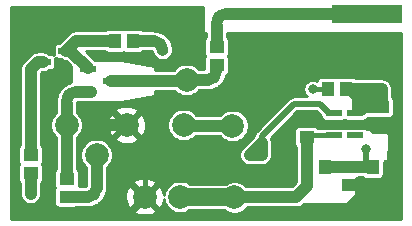
<source format=gbr>
G04 #@! TF.GenerationSoftware,KiCad,Pcbnew,(5.1.5-0-10_14)*
G04 #@! TF.CreationDate,2021-11-24T22:20:16+00:00*
G04 #@! TF.ProjectId,throwie,7468726f-7769-4652-9e6b-696361645f70,rev?*
G04 #@! TF.SameCoordinates,Original*
G04 #@! TF.FileFunction,Copper,L2,Bot*
G04 #@! TF.FilePolarity,Positive*
%FSLAX46Y46*%
G04 Gerber Fmt 4.6, Leading zero omitted, Abs format (unit mm)*
G04 Created by KiCad (PCBNEW (5.1.5-0-10_14)) date 2021-11-24 22:20:16*
%MOMM*%
%LPD*%
G04 APERTURE LIST*
%ADD10C,1.000000*%
%ADD11R,6.000000X1.500000*%
%ADD12C,2.000000*%
%ADD13R,1.400000X0.550000*%
%ADD14R,1.100000X1.300000*%
%ADD15R,1.300000X1.100000*%
%ADD16R,1.400000X0.600000*%
%ADD17C,0.800000*%
%ADD18C,0.400000*%
%ADD19C,0.250000*%
%ADD20C,0.500000*%
%ADD21C,1.500000*%
%ADD22C,0.254000*%
G04 APERTURE END LIST*
D10*
X38354000Y-148336000D02*
X38354000Y-146558000D01*
X31242000Y-147828000D02*
X33020000Y-147828000D01*
X33020000Y-147828000D02*
G75*
G02X33782000Y-148590000I0J-762000D01*
G01*
X39116000Y-145542000D02*
X48514000Y-145542000D01*
X38354000Y-146304000D02*
G75*
G02X39116000Y-145542000I762000J0D01*
G01*
X35814000Y-151130000D02*
X37592000Y-151130000D01*
X38354000Y-150368000D02*
G75*
G02X37592000Y-151130000I-762000J0D01*
G01*
X26416000Y-152146000D02*
X27686000Y-152146000D01*
X25654000Y-153162000D02*
X25654000Y-154940000D01*
X25654000Y-152908000D02*
G75*
G02X26416000Y-152146000I762000J0D01*
G01*
X25654000Y-161036000D02*
X27432000Y-161036000D01*
X28194000Y-160274000D02*
X28194000Y-157480000D01*
X28194000Y-160274000D02*
G75*
G02X27432000Y-161036000I-762000J0D01*
G01*
D11*
X51054000Y-145542000D03*
D12*
X25654000Y-154940000D03*
X28194000Y-157480000D03*
X30734000Y-154940000D03*
D13*
X50060000Y-155824000D03*
X50060000Y-153924000D03*
X48260000Y-153924000D03*
X48260000Y-154874000D03*
X48260000Y-155824000D03*
D14*
X47776000Y-151892000D03*
X49276000Y-151892000D03*
D15*
X25654000Y-161012000D03*
X25654000Y-159512000D03*
D14*
X53062000Y-158496000D03*
X51562000Y-158496000D03*
X47498000Y-158496000D03*
X45998000Y-158496000D03*
D15*
X22606000Y-159004000D03*
X22606000Y-157504000D03*
D16*
X25642000Y-148656000D03*
X23622000Y-147706000D03*
X23622000Y-149606000D03*
X29452000Y-151196000D03*
X27432000Y-152146000D03*
X27432000Y-150246000D03*
D12*
X35814000Y-151130000D03*
X39703087Y-155019087D03*
X35560000Y-154940000D03*
X39861823Y-161083640D03*
X32258000Y-161036000D03*
X35258000Y-161036000D03*
D15*
X49530000Y-159996000D03*
X49530000Y-158496000D03*
D14*
X29742000Y-147828000D03*
X31242000Y-147828000D03*
D15*
X38354000Y-148360000D03*
X38354000Y-149860000D03*
X52324000Y-154940000D03*
X52324000Y-153440000D03*
X45974000Y-154456000D03*
X45974000Y-155956000D03*
D17*
X23622000Y-146558000D03*
X24638000Y-146558000D03*
X25654000Y-146558000D03*
X26670000Y-146558000D03*
X28194000Y-154940000D03*
X22606000Y-146558000D03*
X53340000Y-156996058D03*
X36576000Y-153162000D03*
X38608000Y-153162000D03*
X37592000Y-153162000D03*
X37592000Y-156718000D03*
X38608000Y-156718000D03*
X35814000Y-147574000D03*
X35814000Y-148590000D03*
X24384000Y-151384000D03*
X24384000Y-152400000D03*
X21844000Y-162560000D03*
X53340000Y-155956000D03*
X22860000Y-162560000D03*
X23876000Y-162560000D03*
X41148000Y-147574000D03*
X42164000Y-147574000D03*
X43180000Y-147574000D03*
X44196000Y-147574000D03*
X45212000Y-147574000D03*
X46228000Y-147574000D03*
X47244000Y-147574000D03*
X48260000Y-147574000D03*
X49276000Y-147574000D03*
X50292000Y-147574000D03*
X51308000Y-147574000D03*
X52324000Y-147574000D03*
X53340000Y-147574000D03*
X36576000Y-162560000D03*
X37592000Y-162560000D03*
X38608000Y-162560000D03*
X42164000Y-156464000D03*
X42164000Y-157480000D03*
X41148000Y-157480000D03*
X51854000Y-151892000D03*
X50800000Y-152908000D03*
X50800000Y-151892000D03*
X33782000Y-148590000D03*
X51049396Y-156977862D03*
X22606000Y-160782000D03*
X46482000Y-151892000D03*
D18*
X38354000Y-148360000D02*
X38354000Y-147410000D01*
X38354000Y-147410000D02*
X38354000Y-145542000D01*
X38354000Y-145542000D02*
X51054000Y-145542000D01*
D10*
X30734000Y-154940000D02*
X28194000Y-154940000D01*
D18*
X47160000Y-154874000D02*
X46718000Y-154432000D01*
X48260000Y-154874000D02*
X47160000Y-154874000D01*
X46718000Y-154432000D02*
X45974000Y-154432000D01*
X45974000Y-154432000D02*
X45720000Y-154432000D01*
X30734000Y-154940000D02*
X32258000Y-156464000D01*
X32258000Y-158750000D02*
X32258000Y-161036000D01*
X32258000Y-156464000D02*
X32258000Y-158750000D01*
X40132000Y-158750000D02*
X32258000Y-158750000D01*
D10*
X22606000Y-146558000D02*
X26670000Y-146558000D01*
X23622000Y-147706000D02*
X23622000Y-146558000D01*
D19*
X40132000Y-158242000D02*
X38608000Y-156718000D01*
X40132000Y-158750000D02*
X40132000Y-158242000D01*
X38608000Y-156718000D02*
X37592000Y-156718000D01*
X36576000Y-156718000D02*
X37592000Y-156718000D01*
X38608000Y-153162000D02*
X37846000Y-153162000D01*
X37846000Y-153162000D02*
X37592000Y-153162000D01*
X36576000Y-153162000D02*
X37592000Y-153162000D01*
X36176001Y-153561999D02*
X31858001Y-153561999D01*
X36576000Y-153162000D02*
X36176001Y-153561999D01*
X31858001Y-153561999D02*
X31858001Y-153815999D01*
X31858001Y-153815999D02*
X30988000Y-154686000D01*
X30988000Y-154686000D02*
X30734000Y-154940000D01*
X34798000Y-146558000D02*
X35814000Y-147574000D01*
X26670000Y-146558000D02*
X34798000Y-146558000D01*
X35814000Y-148590000D02*
X35814000Y-147574000D01*
D18*
X24021999Y-152762001D02*
X24384000Y-152400000D01*
X24021999Y-161398001D02*
X24021999Y-152762001D01*
X23622000Y-161798000D02*
X24021999Y-161398001D01*
D10*
X53062000Y-158496000D02*
X53062000Y-159536000D01*
X53062000Y-159536000D02*
X52578000Y-160020000D01*
X52578000Y-160020000D02*
X49530000Y-160020000D01*
D20*
X53086000Y-158032826D02*
X53086000Y-158496000D01*
X48260000Y-154874000D02*
X52258000Y-154874000D01*
X52258000Y-154874000D02*
X52324000Y-154940000D01*
X53062000Y-157274058D02*
X53340000Y-156996058D01*
X53062000Y-158496000D02*
X53062000Y-157274058D01*
X53340000Y-155956000D02*
X53340000Y-156996058D01*
X52324000Y-154940000D02*
X53340000Y-155956000D01*
X23622000Y-162052000D02*
X23876000Y-162306000D01*
X23622000Y-161798000D02*
X23622000Y-162052000D01*
X21844000Y-162306000D02*
X22860000Y-162306000D01*
X22860000Y-162306000D02*
X23876000Y-162306000D01*
X23876000Y-162306000D02*
X30988000Y-162306000D01*
D18*
X41148000Y-158750000D02*
X40132000Y-158750000D01*
X43942000Y-158750000D02*
X41148000Y-158750000D01*
X44450000Y-158242000D02*
X43942000Y-158750000D01*
X44924000Y-154456000D02*
X44450000Y-154930000D01*
X44450000Y-154930000D02*
X44450000Y-158242000D01*
X45974000Y-154456000D02*
X44924000Y-154456000D01*
D19*
X38608000Y-162560000D02*
X37592000Y-162560000D01*
X37592000Y-162560000D02*
X36576000Y-162560000D01*
X31496000Y-162560000D02*
X31242000Y-162306000D01*
X36576000Y-162560000D02*
X31496000Y-162560000D01*
D20*
X31242000Y-162306000D02*
X32258000Y-161036000D01*
X30988000Y-162306000D02*
X31242000Y-162306000D01*
D18*
X40352000Y-161036000D02*
X39878000Y-161036000D01*
X40674000Y-161036000D02*
X39878000Y-161036000D01*
X39878000Y-161036000D02*
X39624000Y-161036000D01*
X48260000Y-155824000D02*
X46106000Y-155824000D01*
X46106000Y-155824000D02*
X45974000Y-155956000D01*
X48260000Y-153924000D02*
X47835000Y-153924000D01*
D10*
X45974000Y-155956000D02*
X45974000Y-157506000D01*
X45974000Y-157506000D02*
X45974000Y-158496000D01*
D21*
X35258000Y-161036000D02*
X39878000Y-161036000D01*
D10*
X45998000Y-160146000D02*
X45108000Y-161036000D01*
X45998000Y-158496000D02*
X45998000Y-160146000D01*
X45108000Y-161036000D02*
X39878000Y-161036000D01*
D20*
X42164000Y-156914315D02*
X42164000Y-157480000D01*
X42164000Y-155898315D02*
X42164000Y-156914315D01*
X44900315Y-153162000D02*
X42164000Y-155898315D01*
X47073000Y-153162000D02*
X44900315Y-153162000D01*
X47835000Y-153924000D02*
X47073000Y-153162000D01*
D10*
X41148000Y-157480000D02*
X42164000Y-156464000D01*
X41148000Y-157480000D02*
X42164000Y-157480000D01*
X42164000Y-156464000D02*
X42164000Y-157480000D01*
D20*
X50060000Y-153924000D02*
X50060000Y-152676000D01*
X50060000Y-152676000D02*
X49276000Y-151892000D01*
X51174000Y-153440000D02*
X50690000Y-153924000D01*
X52324000Y-153440000D02*
X51174000Y-153440000D01*
X50690000Y-153924000D02*
X50038000Y-153924000D01*
D10*
X50546000Y-152400000D02*
X50038000Y-151892000D01*
X50546000Y-153312000D02*
X50546000Y-152400000D01*
X50038000Y-151892000D02*
X49276000Y-151892000D01*
X50674000Y-153440000D02*
X50546000Y-153312000D01*
X50546000Y-153312000D02*
X50546000Y-153162000D01*
X52324000Y-153440000D02*
X50674000Y-153440000D01*
X50546000Y-153162000D02*
X50674000Y-153440000D01*
X52324000Y-153440000D02*
X50546000Y-153162000D01*
X49276000Y-151892000D02*
X51562000Y-151892000D01*
X51562000Y-151892000D02*
X51562000Y-152654000D01*
X51562000Y-152654000D02*
X52324000Y-153416000D01*
X49276000Y-151892000D02*
X52324000Y-151892000D01*
X52324000Y-151892000D02*
X52324000Y-153416000D01*
X52324000Y-153440000D02*
X52094000Y-153440000D01*
X51054000Y-152400000D02*
X50546000Y-152400000D01*
X52094000Y-153440000D02*
X51054000Y-152400000D01*
X29452000Y-151196000D02*
X35748000Y-151196000D01*
X35748000Y-151196000D02*
X35814000Y-151130000D01*
D18*
X35814000Y-150876000D02*
X35814000Y-151130000D01*
D19*
X35814000Y-151130000D02*
X37846000Y-151130000D01*
X37846000Y-151130000D02*
X38354000Y-150622000D01*
X38354000Y-150622000D02*
X38354000Y-149860000D01*
X38354000Y-149860000D02*
X38354000Y-150114000D01*
D10*
X25642000Y-148656000D02*
X25974000Y-148656000D01*
X25974000Y-148656000D02*
X27432000Y-150114000D01*
X29742000Y-147828000D02*
X26416000Y-147828000D01*
X26416000Y-147828000D02*
X25654000Y-148590000D01*
X39703087Y-155019087D02*
X35639087Y-155019087D01*
X35639087Y-155019087D02*
X35560000Y-154940000D01*
D19*
X25654000Y-161012000D02*
X27710000Y-161012000D01*
X27710000Y-161012000D02*
X28194000Y-160528000D01*
X28194000Y-160528000D02*
X28194000Y-157480000D01*
X33782000Y-148336000D02*
X33782000Y-148590000D01*
X33274000Y-147828000D02*
X33782000Y-148336000D01*
X31242000Y-147828000D02*
X33274000Y-147828000D01*
D18*
X51043534Y-156972000D02*
X51049396Y-156977862D01*
D10*
X47498000Y-158496000D02*
X49530000Y-158496000D01*
X49530000Y-158496000D02*
X51562000Y-158496000D01*
D20*
X51049396Y-158237396D02*
X51308000Y-158496000D01*
X51049396Y-156977862D02*
X51049396Y-158237396D01*
X51562000Y-158496000D02*
X51308000Y-158496000D01*
D10*
X25654000Y-159512000D02*
X25654000Y-154940000D01*
X25654000Y-154940000D02*
X25654000Y-154686000D01*
D19*
X27432000Y-152146000D02*
X26162000Y-152146000D01*
X26162000Y-152146000D02*
X25654000Y-152654000D01*
X25654000Y-152654000D02*
X25654000Y-154940000D01*
D10*
X23222000Y-149606000D02*
X22606000Y-150222000D01*
X23622000Y-149606000D02*
X23222000Y-149606000D01*
X22606000Y-150222000D02*
X22606000Y-157480000D01*
D18*
X22606000Y-159004000D02*
X22606000Y-159954000D01*
X22606000Y-159954000D02*
X22606000Y-160782000D01*
D10*
X22606000Y-160782000D02*
X22606000Y-159004000D01*
D18*
X47498000Y-151638000D02*
X47752000Y-151892000D01*
X47776000Y-151892000D02*
X46482000Y-151892000D01*
D22*
G36*
X37211000Y-147066000D02*
G01*
X37213440Y-147090776D01*
X37220667Y-147114601D01*
X37232403Y-147136557D01*
X37248197Y-147155803D01*
X37267443Y-147171597D01*
X37289399Y-147183333D01*
X37313224Y-147190560D01*
X37338000Y-147193000D01*
X37473000Y-147193000D01*
X37473000Y-147506699D01*
X37433289Y-147539289D01*
X37385678Y-147597304D01*
X37350299Y-147663492D01*
X37328513Y-147735311D01*
X37321157Y-147810000D01*
X37321157Y-148910000D01*
X37328513Y-148984689D01*
X37350299Y-149056508D01*
X37378892Y-149110000D01*
X37350299Y-149163492D01*
X37328513Y-149235311D01*
X37321157Y-149310000D01*
X37321157Y-150249000D01*
X36886029Y-150249000D01*
X36694336Y-150057307D01*
X36468149Y-149906174D01*
X36216823Y-149802071D01*
X35950017Y-149749000D01*
X35677983Y-149749000D01*
X35411177Y-149802071D01*
X35159851Y-149906174D01*
X34933664Y-150057307D01*
X34741307Y-150249664D01*
X34697651Y-150315000D01*
X33147000Y-150315000D01*
X33147000Y-150114000D01*
X33144134Y-150087172D01*
X33136515Y-150063470D01*
X33124418Y-150041710D01*
X33108309Y-150022728D01*
X33088806Y-150007254D01*
X33066659Y-149995882D01*
X33042718Y-149989049D01*
X30248718Y-149481049D01*
X30226000Y-149479000D01*
X28042922Y-149479000D01*
X27272921Y-148709000D01*
X28888699Y-148709000D01*
X28921289Y-148748711D01*
X28979304Y-148796322D01*
X29045492Y-148831701D01*
X29117311Y-148853487D01*
X29192000Y-148860843D01*
X30292000Y-148860843D01*
X30366689Y-148853487D01*
X30438508Y-148831701D01*
X30492000Y-148803108D01*
X30545492Y-148831701D01*
X30617311Y-148853487D01*
X30692000Y-148860843D01*
X31792000Y-148860843D01*
X31866689Y-148853487D01*
X31938508Y-148831701D01*
X32004696Y-148796322D01*
X32062711Y-148748711D01*
X32095301Y-148709000D01*
X32912423Y-148709000D01*
X32913138Y-148712482D01*
X32918396Y-148764205D01*
X32934698Y-148817511D01*
X32940381Y-148845198D01*
X32950596Y-148869498D01*
X32968679Y-148928630D01*
X33000011Y-148987054D01*
X33007011Y-149003705D01*
X33016433Y-149017674D01*
X33049942Y-149080156D01*
X33098186Y-149138880D01*
X33103158Y-149146251D01*
X33109043Y-149152095D01*
X33159089Y-149213012D01*
X33224403Y-149266652D01*
X33225163Y-149267407D01*
X33225996Y-149267960D01*
X33291963Y-149322137D01*
X33443502Y-149403375D01*
X33607933Y-149453633D01*
X33778996Y-149470995D01*
X33950173Y-149454800D01*
X34114943Y-149405665D01*
X34267033Y-149325461D01*
X34338322Y-149267723D01*
X34338799Y-149267406D01*
X34339178Y-149267030D01*
X34400647Y-149217245D01*
X34454926Y-149152087D01*
X34460803Y-149146251D01*
X34465123Y-149139847D01*
X34510698Y-149085137D01*
X34547236Y-149018108D01*
X34556951Y-149003705D01*
X34563231Y-148988765D01*
X34592992Y-148934169D01*
X34612921Y-148870557D01*
X34623581Y-148845199D01*
X34628740Y-148820065D01*
X34644397Y-148770091D01*
X34650455Y-148714279D01*
X34658155Y-148676770D01*
X34658404Y-148641050D01*
X34662952Y-148599155D01*
X34662994Y-148586854D01*
X34662975Y-148581534D01*
X34659087Y-148543286D01*
X34659355Y-148504833D01*
X34658155Y-148492591D01*
X34642610Y-148344690D01*
X34626559Y-148266499D01*
X34611593Y-148188041D01*
X34608038Y-148176265D01*
X34564062Y-148034198D01*
X34533110Y-147960567D01*
X34503205Y-147886549D01*
X34497430Y-147875688D01*
X34426697Y-147744870D01*
X34382042Y-147678667D01*
X34338322Y-147611856D01*
X34330548Y-147602323D01*
X34235752Y-147487734D01*
X34179088Y-147431465D01*
X34123226Y-147374421D01*
X34113748Y-147366580D01*
X33998501Y-147272587D01*
X33932006Y-147228409D01*
X33866111Y-147183289D01*
X33855290Y-147177438D01*
X33723982Y-147107620D01*
X33650172Y-147077198D01*
X33576765Y-147045736D01*
X33565014Y-147042098D01*
X33422645Y-146999114D01*
X33344294Y-146983600D01*
X33266210Y-146967003D01*
X33253981Y-146965717D01*
X33253977Y-146965717D01*
X33105969Y-146951205D01*
X33105967Y-146951205D01*
X33063273Y-146947000D01*
X32095301Y-146947000D01*
X32062711Y-146907289D01*
X32004696Y-146859678D01*
X31938508Y-146824299D01*
X31866689Y-146802513D01*
X31792000Y-146795157D01*
X30692000Y-146795157D01*
X30617311Y-146802513D01*
X30545492Y-146824299D01*
X30492000Y-146852892D01*
X30438508Y-146824299D01*
X30366689Y-146802513D01*
X30292000Y-146795157D01*
X29192000Y-146795157D01*
X29117311Y-146802513D01*
X29045492Y-146824299D01*
X28979304Y-146859678D01*
X28921289Y-146907289D01*
X28888699Y-146947000D01*
X26459270Y-146947000D01*
X26416000Y-146942738D01*
X26372730Y-146947000D01*
X26372727Y-146947000D01*
X26243294Y-146959748D01*
X26106815Y-147001149D01*
X26077225Y-147010125D01*
X25924174Y-147091932D01*
X25856022Y-147147863D01*
X25790025Y-147202025D01*
X25762438Y-147235640D01*
X25024922Y-147973157D01*
X24942000Y-147973157D01*
X24867311Y-147980513D01*
X24795492Y-148002299D01*
X24729304Y-148037678D01*
X24671289Y-148085289D01*
X24623678Y-148143304D01*
X24588299Y-148209492D01*
X24566513Y-148281311D01*
X24559157Y-148356000D01*
X24559157Y-148956000D01*
X24564702Y-149012303D01*
X24534696Y-148987678D01*
X24468508Y-148952299D01*
X24396689Y-148930513D01*
X24322000Y-148923157D01*
X24178680Y-148923157D01*
X24113825Y-148869932D01*
X23960775Y-148788125D01*
X23794706Y-148737748D01*
X23665273Y-148725000D01*
X23265270Y-148725000D01*
X23222000Y-148720738D01*
X23178730Y-148725000D01*
X23178727Y-148725000D01*
X23049294Y-148737748D01*
X22894928Y-148784575D01*
X22883225Y-148788125D01*
X22730175Y-148869932D01*
X22629637Y-148952440D01*
X22629634Y-148952443D01*
X22596025Y-148980025D01*
X22568443Y-149013635D01*
X22013644Y-149568435D01*
X21980025Y-149596025D01*
X21907021Y-149684983D01*
X21869932Y-149730175D01*
X21845853Y-149775224D01*
X21788125Y-149883226D01*
X21737748Y-150049295D01*
X21727379Y-150154572D01*
X21720738Y-150222000D01*
X21725000Y-150265270D01*
X21725001Y-156650699D01*
X21685289Y-156683289D01*
X21637678Y-156741304D01*
X21602299Y-156807492D01*
X21580513Y-156879311D01*
X21573157Y-156954000D01*
X21573157Y-158054000D01*
X21580513Y-158128689D01*
X21602299Y-158200508D01*
X21630892Y-158254000D01*
X21602299Y-158307492D01*
X21580513Y-158379311D01*
X21573157Y-158454000D01*
X21573157Y-159554000D01*
X21580513Y-159628689D01*
X21602299Y-159700508D01*
X21637678Y-159766696D01*
X21685289Y-159824711D01*
X21725001Y-159857301D01*
X21725000Y-160825272D01*
X21737748Y-160954705D01*
X21788125Y-161120774D01*
X21869932Y-161273824D01*
X21980025Y-161407975D01*
X22114175Y-161518068D01*
X22267225Y-161599875D01*
X22433294Y-161650252D01*
X22606000Y-161667262D01*
X22778705Y-161650252D01*
X22944774Y-161599875D01*
X23097824Y-161518068D01*
X23231975Y-161407975D01*
X23342068Y-161273825D01*
X23423875Y-161120775D01*
X23474252Y-160954706D01*
X23487000Y-160825273D01*
X23487000Y-159857301D01*
X23526711Y-159824711D01*
X23574322Y-159766696D01*
X23609701Y-159700508D01*
X23631487Y-159628689D01*
X23638843Y-159554000D01*
X23638843Y-158454000D01*
X23631487Y-158379311D01*
X23609701Y-158307492D01*
X23581108Y-158254000D01*
X23609701Y-158200508D01*
X23631487Y-158128689D01*
X23638843Y-158054000D01*
X23638843Y-156954000D01*
X23631487Y-156879311D01*
X23609701Y-156807492D01*
X23574322Y-156741304D01*
X23526711Y-156683289D01*
X23487000Y-156650699D01*
X23487000Y-150586922D01*
X23586922Y-150487000D01*
X23665273Y-150487000D01*
X23794706Y-150474252D01*
X23960775Y-150423875D01*
X24113825Y-150342068D01*
X24178680Y-150288843D01*
X24322000Y-150288843D01*
X24396689Y-150281487D01*
X24468508Y-150259701D01*
X24534696Y-150224322D01*
X24592711Y-150176711D01*
X24640322Y-150118696D01*
X24675701Y-150052508D01*
X24697487Y-149980689D01*
X24704843Y-149906000D01*
X24704843Y-149306000D01*
X24699298Y-149249697D01*
X24729304Y-149274322D01*
X24795492Y-149309701D01*
X24867311Y-149331487D01*
X24942000Y-149338843D01*
X25085320Y-149338843D01*
X25150175Y-149392068D01*
X25303225Y-149473875D01*
X25469294Y-149524252D01*
X25598727Y-149537000D01*
X25609079Y-149537000D01*
X26035000Y-149962921D01*
X26035000Y-151312409D01*
X26014041Y-151316407D01*
X26002265Y-151319962D01*
X25860198Y-151363938D01*
X25786567Y-151394890D01*
X25712549Y-151424795D01*
X25701688Y-151430570D01*
X25570870Y-151501303D01*
X25504667Y-151545958D01*
X25437856Y-151589678D01*
X25428323Y-151597452D01*
X25313734Y-151692248D01*
X25257465Y-151748912D01*
X25200421Y-151804774D01*
X25192580Y-151814252D01*
X25098587Y-151929499D01*
X25054409Y-151995994D01*
X25009289Y-152061889D01*
X25003438Y-152072710D01*
X24933620Y-152204018D01*
X24903198Y-152277828D01*
X24871736Y-152351235D01*
X24868098Y-152362986D01*
X24825114Y-152505355D01*
X24809600Y-152583706D01*
X24793003Y-152661790D01*
X24791717Y-152674023D01*
X24777205Y-152822031D01*
X24777205Y-152993971D01*
X24782603Y-153021231D01*
X24773000Y-153118728D01*
X24773000Y-153867971D01*
X24581307Y-154059664D01*
X24430174Y-154285851D01*
X24326071Y-154537177D01*
X24273000Y-154803983D01*
X24273000Y-155076017D01*
X24326071Y-155342823D01*
X24430174Y-155594149D01*
X24581307Y-155820336D01*
X24773001Y-156012030D01*
X24773000Y-158658699D01*
X24733289Y-158691289D01*
X24685678Y-158749304D01*
X24650299Y-158815492D01*
X24628513Y-158887311D01*
X24621157Y-158962000D01*
X24621157Y-160062000D01*
X24628513Y-160136689D01*
X24650299Y-160208508D01*
X24678892Y-160262000D01*
X24650299Y-160315492D01*
X24628513Y-160387311D01*
X24621157Y-160462000D01*
X24621157Y-161562000D01*
X24628513Y-161636689D01*
X24650299Y-161708508D01*
X24685678Y-161774696D01*
X24733289Y-161832711D01*
X24791304Y-161880322D01*
X24857492Y-161915701D01*
X24929311Y-161937487D01*
X25004000Y-161944843D01*
X26304000Y-161944843D01*
X26378689Y-161937487D01*
X26446226Y-161917000D01*
X27475273Y-161917000D01*
X27512605Y-161913323D01*
X27517167Y-161913355D01*
X27529409Y-161912155D01*
X27603047Y-161904415D01*
X27604706Y-161904252D01*
X27604761Y-161904235D01*
X27677311Y-161896610D01*
X27755541Y-161880551D01*
X27833959Y-161865593D01*
X27845736Y-161862038D01*
X27987802Y-161818061D01*
X28061397Y-161787125D01*
X28135450Y-161757205D01*
X28146312Y-161751430D01*
X28277130Y-161680698D01*
X28343342Y-161636037D01*
X28410145Y-161592322D01*
X28419678Y-161584548D01*
X28534266Y-161489751D01*
X28590534Y-161433088D01*
X28647578Y-161377226D01*
X28655420Y-161367748D01*
X28749412Y-161252502D01*
X28793585Y-161186015D01*
X28838711Y-161120111D01*
X28844562Y-161109290D01*
X28850248Y-161098595D01*
X30616282Y-161098595D01*
X30660039Y-161417675D01*
X30765205Y-161722088D01*
X30858186Y-161896044D01*
X31122587Y-161991808D01*
X32078395Y-161036000D01*
X32437605Y-161036000D01*
X33393413Y-161991808D01*
X33657814Y-161896044D01*
X33798704Y-161606429D01*
X33880384Y-161294892D01*
X33885273Y-161213606D01*
X33930071Y-161438823D01*
X34034174Y-161690149D01*
X34185307Y-161916336D01*
X34377664Y-162108693D01*
X34603851Y-162259826D01*
X34855177Y-162363929D01*
X35121983Y-162417000D01*
X35394017Y-162417000D01*
X35660823Y-162363929D01*
X35912149Y-162259826D01*
X36051073Y-162167000D01*
X38997451Y-162167000D01*
X39207674Y-162307466D01*
X39459000Y-162411569D01*
X39725806Y-162464640D01*
X39997840Y-162464640D01*
X40264646Y-162411569D01*
X40515972Y-162307466D01*
X40742159Y-162156333D01*
X40934516Y-161963976D01*
X40965904Y-161917000D01*
X45064730Y-161917000D01*
X45108000Y-161921262D01*
X45151270Y-161917000D01*
X45151273Y-161917000D01*
X45280706Y-161904252D01*
X45446775Y-161853875D01*
X45599825Y-161772068D01*
X45722978Y-161671000D01*
X49276000Y-161671000D01*
X49300776Y-161668560D01*
X49324601Y-161661333D01*
X49346557Y-161649597D01*
X49365803Y-161633803D01*
X50127803Y-160871803D01*
X50143597Y-160852557D01*
X50155333Y-160830601D01*
X50162560Y-160806776D01*
X50165000Y-160782000D01*
X50165000Y-159428843D01*
X50180000Y-159428843D01*
X50254689Y-159421487D01*
X50326508Y-159399701D01*
X50368978Y-159377000D01*
X50708699Y-159377000D01*
X50741289Y-159416711D01*
X50799304Y-159464322D01*
X50865492Y-159499701D01*
X50937311Y-159521487D01*
X51012000Y-159528843D01*
X52112000Y-159528843D01*
X52186689Y-159521487D01*
X52258508Y-159499701D01*
X52324696Y-159464322D01*
X52382711Y-159416711D01*
X52430322Y-159358696D01*
X52465701Y-159292508D01*
X52487487Y-159220689D01*
X52494843Y-159146000D01*
X52494843Y-158115000D01*
X52832000Y-158115000D01*
X52856776Y-158112560D01*
X52880601Y-158105333D01*
X52902557Y-158093597D01*
X52921803Y-158077803D01*
X52937597Y-158058557D01*
X52949333Y-158036601D01*
X52956560Y-158012776D01*
X52959000Y-157988000D01*
X52959000Y-155702000D01*
X52956560Y-155677224D01*
X52949333Y-155653399D01*
X52937597Y-155631443D01*
X52921803Y-155612197D01*
X52902557Y-155596403D01*
X52880601Y-155584667D01*
X52856776Y-155577440D01*
X52832000Y-155575000D01*
X51614606Y-155575000D01*
X51397803Y-155358197D01*
X51378557Y-155342403D01*
X51356601Y-155330667D01*
X51332776Y-155323440D01*
X51308000Y-155321000D01*
X51065763Y-155321000D01*
X51030711Y-155278289D01*
X50972696Y-155230678D01*
X50906508Y-155195299D01*
X50834689Y-155173513D01*
X50760000Y-155166157D01*
X49360000Y-155166157D01*
X49285311Y-155173513D01*
X49213492Y-155195299D01*
X49160000Y-155223892D01*
X49106508Y-155195299D01*
X49034689Y-155173513D01*
X48960000Y-155166157D01*
X47560000Y-155166157D01*
X47485311Y-155173513D01*
X47413492Y-155195299D01*
X47347304Y-155230678D01*
X47332289Y-155243000D01*
X46968886Y-155243000D01*
X46942322Y-155193304D01*
X46894711Y-155135289D01*
X46836696Y-155087678D01*
X46770508Y-155052299D01*
X46698689Y-155030513D01*
X46624000Y-155023157D01*
X45324000Y-155023157D01*
X45249311Y-155030513D01*
X45177492Y-155052299D01*
X45111304Y-155087678D01*
X45053289Y-155135289D01*
X45005678Y-155193304D01*
X44970299Y-155259492D01*
X44948513Y-155331311D01*
X44941157Y-155406000D01*
X44941157Y-156506000D01*
X44948513Y-156580689D01*
X44970299Y-156652508D01*
X45005678Y-156718696D01*
X45053289Y-156776711D01*
X45093001Y-156809301D01*
X45093001Y-157462718D01*
X45093000Y-157462728D01*
X45093000Y-157703774D01*
X45072513Y-157771311D01*
X45065157Y-157846000D01*
X45065157Y-159146000D01*
X45072513Y-159220689D01*
X45094299Y-159292508D01*
X45117001Y-159334979D01*
X45117001Y-159781078D01*
X44743079Y-160155000D01*
X40886212Y-160155000D01*
X40742159Y-160010947D01*
X40515972Y-159859814D01*
X40264646Y-159755711D01*
X39997840Y-159702640D01*
X39725806Y-159702640D01*
X39459000Y-159755711D01*
X39207674Y-159859814D01*
X39140048Y-159905000D01*
X36051073Y-159905000D01*
X35912149Y-159812174D01*
X35660823Y-159708071D01*
X35394017Y-159655000D01*
X35121983Y-159655000D01*
X34855177Y-159708071D01*
X34603851Y-159812174D01*
X34377664Y-159963307D01*
X34185307Y-160155664D01*
X34034174Y-160381851D01*
X33930071Y-160633177D01*
X33884487Y-160862342D01*
X33855961Y-160654325D01*
X33750795Y-160349912D01*
X33657814Y-160175956D01*
X33393413Y-160080192D01*
X32437605Y-161036000D01*
X32078395Y-161036000D01*
X31122587Y-160080192D01*
X30858186Y-160175956D01*
X30717296Y-160465571D01*
X30635616Y-160777108D01*
X30616282Y-161098595D01*
X28850248Y-161098595D01*
X28914380Y-160977982D01*
X28944815Y-160904141D01*
X28976264Y-160830766D01*
X28979902Y-160819014D01*
X29022886Y-160676646D01*
X29038390Y-160598342D01*
X29054998Y-160520210D01*
X29056283Y-160507976D01*
X29070795Y-160359969D01*
X29070795Y-160359967D01*
X29075000Y-160317273D01*
X29075000Y-159900587D01*
X31302192Y-159900587D01*
X32258000Y-160856395D01*
X33213808Y-159900587D01*
X33118044Y-159636186D01*
X32828429Y-159495296D01*
X32516892Y-159413616D01*
X32195405Y-159394282D01*
X31876325Y-159438039D01*
X31571912Y-159543205D01*
X31397956Y-159636186D01*
X31302192Y-159900587D01*
X29075000Y-159900587D01*
X29075000Y-158552029D01*
X29266693Y-158360336D01*
X29417826Y-158134149D01*
X29521929Y-157882823D01*
X29575000Y-157616017D01*
X29575000Y-157480000D01*
X40262738Y-157480000D01*
X40279748Y-157652706D01*
X40330125Y-157818775D01*
X40411932Y-157971825D01*
X40522025Y-158105975D01*
X40656175Y-158216068D01*
X40809225Y-158297875D01*
X40975294Y-158348252D01*
X41104727Y-158361000D01*
X41104730Y-158361000D01*
X41148000Y-158365262D01*
X41191270Y-158361000D01*
X42120727Y-158361000D01*
X42164000Y-158365262D01*
X42336706Y-158348252D01*
X42502775Y-158297875D01*
X42655825Y-158216068D01*
X42789975Y-158105975D01*
X42900068Y-157971825D01*
X42981875Y-157818775D01*
X43032252Y-157652706D01*
X43045000Y-157523273D01*
X43049262Y-157480000D01*
X43045000Y-157436727D01*
X43045000Y-156507270D01*
X43049262Y-156464000D01*
X43045000Y-156420727D01*
X43032252Y-156291294D01*
X42981875Y-156125225D01*
X42928784Y-156025899D01*
X45161684Y-153793000D01*
X46811632Y-153793000D01*
X47177157Y-154158526D01*
X47177157Y-154199000D01*
X47184513Y-154273689D01*
X47206299Y-154345508D01*
X47241678Y-154411696D01*
X47289289Y-154469711D01*
X47347304Y-154517322D01*
X47413492Y-154552701D01*
X47485311Y-154574487D01*
X47560000Y-154581843D01*
X48960000Y-154581843D01*
X49034689Y-154574487D01*
X49106508Y-154552701D01*
X49160000Y-154524108D01*
X49213492Y-154552701D01*
X49285311Y-154574487D01*
X49360000Y-154581843D01*
X50760000Y-154581843D01*
X50834689Y-154574487D01*
X50906508Y-154552701D01*
X50972696Y-154517322D01*
X51030711Y-154469711D01*
X51053424Y-154442035D01*
X51138343Y-154372343D01*
X51158105Y-154348263D01*
X51185368Y-154321000D01*
X51485022Y-154321000D01*
X51527492Y-154343701D01*
X51599311Y-154365487D01*
X51674000Y-154372843D01*
X52974000Y-154372843D01*
X53048689Y-154365487D01*
X53120508Y-154343701D01*
X53186696Y-154308322D01*
X53244711Y-154260711D01*
X53292322Y-154202696D01*
X53327701Y-154136508D01*
X53349487Y-154064689D01*
X53356843Y-153990000D01*
X53356843Y-152890000D01*
X53349487Y-152815311D01*
X53327701Y-152743492D01*
X53292322Y-152677304D01*
X53244711Y-152619289D01*
X53205000Y-152586699D01*
X53205000Y-151935273D01*
X53209262Y-151892000D01*
X53199537Y-151793255D01*
X53192252Y-151719294D01*
X53141875Y-151553225D01*
X53060068Y-151400175D01*
X52949975Y-151266025D01*
X52916363Y-151238441D01*
X52815825Y-151155932D01*
X52662775Y-151074125D01*
X52496706Y-151023748D01*
X52367273Y-151011000D01*
X52324000Y-151006738D01*
X52280727Y-151011000D01*
X51605273Y-151011000D01*
X51562000Y-151006738D01*
X51518727Y-151011000D01*
X50129301Y-151011000D01*
X50096711Y-150971289D01*
X50038696Y-150923678D01*
X49972508Y-150888299D01*
X49900689Y-150866513D01*
X49826000Y-150859157D01*
X48726000Y-150859157D01*
X48651311Y-150866513D01*
X48579492Y-150888299D01*
X48526000Y-150916892D01*
X48472508Y-150888299D01*
X48400689Y-150866513D01*
X48326000Y-150859157D01*
X47226000Y-150859157D01*
X47151311Y-150866513D01*
X47079492Y-150888299D01*
X47013304Y-150923678D01*
X46955289Y-150971289D01*
X46907678Y-151029304D01*
X46872299Y-151095492D01*
X46850513Y-151167311D01*
X46847486Y-151198041D01*
X46709809Y-151141013D01*
X46558922Y-151111000D01*
X46405078Y-151111000D01*
X46254191Y-151141013D01*
X46112058Y-151199887D01*
X45984141Y-151285358D01*
X45875358Y-151394141D01*
X45789887Y-151522058D01*
X45731013Y-151664191D01*
X45701000Y-151815078D01*
X45701000Y-151968922D01*
X45731013Y-152119809D01*
X45789887Y-152261942D01*
X45875358Y-152389859D01*
X45984141Y-152498642D01*
X46032568Y-152531000D01*
X44931305Y-152531000D01*
X44900315Y-152527948D01*
X44869324Y-152531000D01*
X44869317Y-152531000D01*
X44776617Y-152540130D01*
X44657673Y-152576211D01*
X44548054Y-152634804D01*
X44480947Y-152689878D01*
X44451972Y-152713657D01*
X44432214Y-152737732D01*
X41739737Y-155430210D01*
X41715657Y-155449972D01*
X41636804Y-155546055D01*
X41578211Y-155655674D01*
X41542130Y-155774618D01*
X41535593Y-155840988D01*
X41510440Y-155871638D01*
X40555644Y-156826435D01*
X40522025Y-156854025D01*
X40411932Y-156988175D01*
X40330125Y-157141225D01*
X40279748Y-157307294D01*
X40262738Y-157480000D01*
X29575000Y-157480000D01*
X29575000Y-157343983D01*
X29521929Y-157077177D01*
X29417826Y-156825851D01*
X29266693Y-156599664D01*
X29074336Y-156407307D01*
X28848149Y-156256174D01*
X28596823Y-156152071D01*
X28330017Y-156099000D01*
X28057983Y-156099000D01*
X27791177Y-156152071D01*
X27539851Y-156256174D01*
X27313664Y-156407307D01*
X27121307Y-156599664D01*
X26970174Y-156825851D01*
X26866071Y-157077177D01*
X26813000Y-157343983D01*
X26813000Y-157616017D01*
X26866071Y-157882823D01*
X26970174Y-158134149D01*
X27121307Y-158360336D01*
X27313001Y-158552030D01*
X27313000Y-160155000D01*
X26673932Y-160155000D01*
X26679487Y-160136689D01*
X26686843Y-160062000D01*
X26686843Y-158962000D01*
X26679487Y-158887311D01*
X26657701Y-158815492D01*
X26622322Y-158749304D01*
X26574711Y-158691289D01*
X26535000Y-158658699D01*
X26535000Y-156075413D01*
X29778192Y-156075413D01*
X29873956Y-156339814D01*
X30163571Y-156480704D01*
X30475108Y-156562384D01*
X30796595Y-156581718D01*
X31115675Y-156537961D01*
X31420088Y-156432795D01*
X31594044Y-156339814D01*
X31689808Y-156075413D01*
X30734000Y-155119605D01*
X29778192Y-156075413D01*
X26535000Y-156075413D01*
X26535000Y-156012029D01*
X26726693Y-155820336D01*
X26877826Y-155594149D01*
X26981929Y-155342823D01*
X27035000Y-155076017D01*
X27035000Y-155002595D01*
X29092282Y-155002595D01*
X29136039Y-155321675D01*
X29241205Y-155626088D01*
X29334186Y-155800044D01*
X29598587Y-155895808D01*
X30554395Y-154940000D01*
X30913605Y-154940000D01*
X31869413Y-155895808D01*
X32133814Y-155800044D01*
X32274704Y-155510429D01*
X32356384Y-155198892D01*
X32375718Y-154877405D01*
X32365650Y-154803983D01*
X34179000Y-154803983D01*
X34179000Y-155076017D01*
X34232071Y-155342823D01*
X34336174Y-155594149D01*
X34487307Y-155820336D01*
X34679664Y-156012693D01*
X34905851Y-156163826D01*
X35157177Y-156267929D01*
X35423983Y-156321000D01*
X35696017Y-156321000D01*
X35962823Y-156267929D01*
X36214149Y-156163826D01*
X36440336Y-156012693D01*
X36552942Y-155900087D01*
X38631058Y-155900087D01*
X38822751Y-156091780D01*
X39048938Y-156242913D01*
X39300264Y-156347016D01*
X39567070Y-156400087D01*
X39839104Y-156400087D01*
X40105910Y-156347016D01*
X40357236Y-156242913D01*
X40583423Y-156091780D01*
X40775780Y-155899423D01*
X40926913Y-155673236D01*
X41031016Y-155421910D01*
X41084087Y-155155104D01*
X41084087Y-154883070D01*
X41031016Y-154616264D01*
X40926913Y-154364938D01*
X40775780Y-154138751D01*
X40583423Y-153946394D01*
X40357236Y-153795261D01*
X40105910Y-153691158D01*
X39839104Y-153638087D01*
X39567070Y-153638087D01*
X39300264Y-153691158D01*
X39048938Y-153795261D01*
X38822751Y-153946394D01*
X38631058Y-154138087D01*
X36685093Y-154138087D01*
X36632693Y-154059664D01*
X36440336Y-153867307D01*
X36214149Y-153716174D01*
X35962823Y-153612071D01*
X35696017Y-153559000D01*
X35423983Y-153559000D01*
X35157177Y-153612071D01*
X34905851Y-153716174D01*
X34679664Y-153867307D01*
X34487307Y-154059664D01*
X34336174Y-154285851D01*
X34232071Y-154537177D01*
X34179000Y-154803983D01*
X32365650Y-154803983D01*
X32331961Y-154558325D01*
X32226795Y-154253912D01*
X32133814Y-154079956D01*
X31869413Y-153984192D01*
X30913605Y-154940000D01*
X30554395Y-154940000D01*
X29598587Y-153984192D01*
X29334186Y-154079956D01*
X29193296Y-154369571D01*
X29111616Y-154681108D01*
X29092282Y-155002595D01*
X27035000Y-155002595D01*
X27035000Y-154803983D01*
X26981929Y-154537177D01*
X26877826Y-154285851D01*
X26726693Y-154059664D01*
X26535000Y-153867971D01*
X26535000Y-153804587D01*
X29778192Y-153804587D01*
X30734000Y-154760395D01*
X31689808Y-153804587D01*
X31594044Y-153540186D01*
X31304429Y-153399296D01*
X30992892Y-153317616D01*
X30671405Y-153298282D01*
X30352325Y-153342039D01*
X30047912Y-153447205D01*
X29873956Y-153540186D01*
X29778192Y-153804587D01*
X26535000Y-153804587D01*
X26535000Y-153118727D01*
X26526754Y-153035000D01*
X30226000Y-153035000D01*
X30248718Y-153032951D01*
X33042718Y-152524951D01*
X33068601Y-152517333D01*
X33090557Y-152505597D01*
X33109803Y-152489803D01*
X33125597Y-152470557D01*
X33137333Y-152448601D01*
X33144560Y-152424776D01*
X33147000Y-152400000D01*
X33147000Y-152077000D01*
X34807971Y-152077000D01*
X34933664Y-152202693D01*
X35159851Y-152353826D01*
X35411177Y-152457929D01*
X35677983Y-152511000D01*
X35950017Y-152511000D01*
X36216823Y-152457929D01*
X36468149Y-152353826D01*
X36694336Y-152202693D01*
X36886029Y-152011000D01*
X37635273Y-152011000D01*
X37672605Y-152007323D01*
X37677167Y-152007355D01*
X37689409Y-152006155D01*
X37763047Y-151998415D01*
X37764706Y-151998252D01*
X37764761Y-151998235D01*
X37837311Y-151990610D01*
X37915541Y-151974551D01*
X37993959Y-151959593D01*
X38005736Y-151956038D01*
X38147802Y-151912061D01*
X38221397Y-151881125D01*
X38295450Y-151851205D01*
X38306312Y-151845430D01*
X38437130Y-151774698D01*
X38503342Y-151730037D01*
X38570145Y-151686322D01*
X38579678Y-151678548D01*
X38694266Y-151583751D01*
X38750534Y-151527088D01*
X38807578Y-151471226D01*
X38815420Y-151461748D01*
X38909412Y-151346502D01*
X38953585Y-151280015D01*
X38998711Y-151214111D01*
X39004562Y-151203290D01*
X39074380Y-151071982D01*
X39104815Y-150998141D01*
X39136264Y-150924766D01*
X39139902Y-150913014D01*
X39182886Y-150770646D01*
X39188256Y-150743524D01*
X39216696Y-150728322D01*
X39274711Y-150680711D01*
X39322322Y-150622696D01*
X39357701Y-150556508D01*
X39379487Y-150484689D01*
X39386843Y-150410000D01*
X39386843Y-149310000D01*
X39379487Y-149235311D01*
X39357701Y-149163492D01*
X39329108Y-149110000D01*
X39357701Y-149056508D01*
X39379487Y-148984689D01*
X39386843Y-148910000D01*
X39386843Y-147810000D01*
X39379487Y-147735311D01*
X39357701Y-147663492D01*
X39322322Y-147597304D01*
X39274711Y-147539289D01*
X39235000Y-147506699D01*
X39235000Y-147193000D01*
X53950000Y-147193000D01*
X53950001Y-162916000D01*
X20980000Y-162916000D01*
X20980000Y-162171413D01*
X31302192Y-162171413D01*
X31397956Y-162435814D01*
X31687571Y-162576704D01*
X31999108Y-162658384D01*
X32320595Y-162677718D01*
X32639675Y-162633961D01*
X32944088Y-162528795D01*
X33118044Y-162435814D01*
X33213808Y-162171413D01*
X32258000Y-161215605D01*
X31302192Y-162171413D01*
X20980000Y-162171413D01*
X20980000Y-144932000D01*
X37211000Y-144932000D01*
X37211000Y-147066000D01*
G37*
X37211000Y-147066000D02*
X37213440Y-147090776D01*
X37220667Y-147114601D01*
X37232403Y-147136557D01*
X37248197Y-147155803D01*
X37267443Y-147171597D01*
X37289399Y-147183333D01*
X37313224Y-147190560D01*
X37338000Y-147193000D01*
X37473000Y-147193000D01*
X37473000Y-147506699D01*
X37433289Y-147539289D01*
X37385678Y-147597304D01*
X37350299Y-147663492D01*
X37328513Y-147735311D01*
X37321157Y-147810000D01*
X37321157Y-148910000D01*
X37328513Y-148984689D01*
X37350299Y-149056508D01*
X37378892Y-149110000D01*
X37350299Y-149163492D01*
X37328513Y-149235311D01*
X37321157Y-149310000D01*
X37321157Y-150249000D01*
X36886029Y-150249000D01*
X36694336Y-150057307D01*
X36468149Y-149906174D01*
X36216823Y-149802071D01*
X35950017Y-149749000D01*
X35677983Y-149749000D01*
X35411177Y-149802071D01*
X35159851Y-149906174D01*
X34933664Y-150057307D01*
X34741307Y-150249664D01*
X34697651Y-150315000D01*
X33147000Y-150315000D01*
X33147000Y-150114000D01*
X33144134Y-150087172D01*
X33136515Y-150063470D01*
X33124418Y-150041710D01*
X33108309Y-150022728D01*
X33088806Y-150007254D01*
X33066659Y-149995882D01*
X33042718Y-149989049D01*
X30248718Y-149481049D01*
X30226000Y-149479000D01*
X28042922Y-149479000D01*
X27272921Y-148709000D01*
X28888699Y-148709000D01*
X28921289Y-148748711D01*
X28979304Y-148796322D01*
X29045492Y-148831701D01*
X29117311Y-148853487D01*
X29192000Y-148860843D01*
X30292000Y-148860843D01*
X30366689Y-148853487D01*
X30438508Y-148831701D01*
X30492000Y-148803108D01*
X30545492Y-148831701D01*
X30617311Y-148853487D01*
X30692000Y-148860843D01*
X31792000Y-148860843D01*
X31866689Y-148853487D01*
X31938508Y-148831701D01*
X32004696Y-148796322D01*
X32062711Y-148748711D01*
X32095301Y-148709000D01*
X32912423Y-148709000D01*
X32913138Y-148712482D01*
X32918396Y-148764205D01*
X32934698Y-148817511D01*
X32940381Y-148845198D01*
X32950596Y-148869498D01*
X32968679Y-148928630D01*
X33000011Y-148987054D01*
X33007011Y-149003705D01*
X33016433Y-149017674D01*
X33049942Y-149080156D01*
X33098186Y-149138880D01*
X33103158Y-149146251D01*
X33109043Y-149152095D01*
X33159089Y-149213012D01*
X33224403Y-149266652D01*
X33225163Y-149267407D01*
X33225996Y-149267960D01*
X33291963Y-149322137D01*
X33443502Y-149403375D01*
X33607933Y-149453633D01*
X33778996Y-149470995D01*
X33950173Y-149454800D01*
X34114943Y-149405665D01*
X34267033Y-149325461D01*
X34338322Y-149267723D01*
X34338799Y-149267406D01*
X34339178Y-149267030D01*
X34400647Y-149217245D01*
X34454926Y-149152087D01*
X34460803Y-149146251D01*
X34465123Y-149139847D01*
X34510698Y-149085137D01*
X34547236Y-149018108D01*
X34556951Y-149003705D01*
X34563231Y-148988765D01*
X34592992Y-148934169D01*
X34612921Y-148870557D01*
X34623581Y-148845199D01*
X34628740Y-148820065D01*
X34644397Y-148770091D01*
X34650455Y-148714279D01*
X34658155Y-148676770D01*
X34658404Y-148641050D01*
X34662952Y-148599155D01*
X34662994Y-148586854D01*
X34662975Y-148581534D01*
X34659087Y-148543286D01*
X34659355Y-148504833D01*
X34658155Y-148492591D01*
X34642610Y-148344690D01*
X34626559Y-148266499D01*
X34611593Y-148188041D01*
X34608038Y-148176265D01*
X34564062Y-148034198D01*
X34533110Y-147960567D01*
X34503205Y-147886549D01*
X34497430Y-147875688D01*
X34426697Y-147744870D01*
X34382042Y-147678667D01*
X34338322Y-147611856D01*
X34330548Y-147602323D01*
X34235752Y-147487734D01*
X34179088Y-147431465D01*
X34123226Y-147374421D01*
X34113748Y-147366580D01*
X33998501Y-147272587D01*
X33932006Y-147228409D01*
X33866111Y-147183289D01*
X33855290Y-147177438D01*
X33723982Y-147107620D01*
X33650172Y-147077198D01*
X33576765Y-147045736D01*
X33565014Y-147042098D01*
X33422645Y-146999114D01*
X33344294Y-146983600D01*
X33266210Y-146967003D01*
X33253981Y-146965717D01*
X33253977Y-146965717D01*
X33105969Y-146951205D01*
X33105967Y-146951205D01*
X33063273Y-146947000D01*
X32095301Y-146947000D01*
X32062711Y-146907289D01*
X32004696Y-146859678D01*
X31938508Y-146824299D01*
X31866689Y-146802513D01*
X31792000Y-146795157D01*
X30692000Y-146795157D01*
X30617311Y-146802513D01*
X30545492Y-146824299D01*
X30492000Y-146852892D01*
X30438508Y-146824299D01*
X30366689Y-146802513D01*
X30292000Y-146795157D01*
X29192000Y-146795157D01*
X29117311Y-146802513D01*
X29045492Y-146824299D01*
X28979304Y-146859678D01*
X28921289Y-146907289D01*
X28888699Y-146947000D01*
X26459270Y-146947000D01*
X26416000Y-146942738D01*
X26372730Y-146947000D01*
X26372727Y-146947000D01*
X26243294Y-146959748D01*
X26106815Y-147001149D01*
X26077225Y-147010125D01*
X25924174Y-147091932D01*
X25856022Y-147147863D01*
X25790025Y-147202025D01*
X25762438Y-147235640D01*
X25024922Y-147973157D01*
X24942000Y-147973157D01*
X24867311Y-147980513D01*
X24795492Y-148002299D01*
X24729304Y-148037678D01*
X24671289Y-148085289D01*
X24623678Y-148143304D01*
X24588299Y-148209492D01*
X24566513Y-148281311D01*
X24559157Y-148356000D01*
X24559157Y-148956000D01*
X24564702Y-149012303D01*
X24534696Y-148987678D01*
X24468508Y-148952299D01*
X24396689Y-148930513D01*
X24322000Y-148923157D01*
X24178680Y-148923157D01*
X24113825Y-148869932D01*
X23960775Y-148788125D01*
X23794706Y-148737748D01*
X23665273Y-148725000D01*
X23265270Y-148725000D01*
X23222000Y-148720738D01*
X23178730Y-148725000D01*
X23178727Y-148725000D01*
X23049294Y-148737748D01*
X22894928Y-148784575D01*
X22883225Y-148788125D01*
X22730175Y-148869932D01*
X22629637Y-148952440D01*
X22629634Y-148952443D01*
X22596025Y-148980025D01*
X22568443Y-149013635D01*
X22013644Y-149568435D01*
X21980025Y-149596025D01*
X21907021Y-149684983D01*
X21869932Y-149730175D01*
X21845853Y-149775224D01*
X21788125Y-149883226D01*
X21737748Y-150049295D01*
X21727379Y-150154572D01*
X21720738Y-150222000D01*
X21725000Y-150265270D01*
X21725001Y-156650699D01*
X21685289Y-156683289D01*
X21637678Y-156741304D01*
X21602299Y-156807492D01*
X21580513Y-156879311D01*
X21573157Y-156954000D01*
X21573157Y-158054000D01*
X21580513Y-158128689D01*
X21602299Y-158200508D01*
X21630892Y-158254000D01*
X21602299Y-158307492D01*
X21580513Y-158379311D01*
X21573157Y-158454000D01*
X21573157Y-159554000D01*
X21580513Y-159628689D01*
X21602299Y-159700508D01*
X21637678Y-159766696D01*
X21685289Y-159824711D01*
X21725001Y-159857301D01*
X21725000Y-160825272D01*
X21737748Y-160954705D01*
X21788125Y-161120774D01*
X21869932Y-161273824D01*
X21980025Y-161407975D01*
X22114175Y-161518068D01*
X22267225Y-161599875D01*
X22433294Y-161650252D01*
X22606000Y-161667262D01*
X22778705Y-161650252D01*
X22944774Y-161599875D01*
X23097824Y-161518068D01*
X23231975Y-161407975D01*
X23342068Y-161273825D01*
X23423875Y-161120775D01*
X23474252Y-160954706D01*
X23487000Y-160825273D01*
X23487000Y-159857301D01*
X23526711Y-159824711D01*
X23574322Y-159766696D01*
X23609701Y-159700508D01*
X23631487Y-159628689D01*
X23638843Y-159554000D01*
X23638843Y-158454000D01*
X23631487Y-158379311D01*
X23609701Y-158307492D01*
X23581108Y-158254000D01*
X23609701Y-158200508D01*
X23631487Y-158128689D01*
X23638843Y-158054000D01*
X23638843Y-156954000D01*
X23631487Y-156879311D01*
X23609701Y-156807492D01*
X23574322Y-156741304D01*
X23526711Y-156683289D01*
X23487000Y-156650699D01*
X23487000Y-150586922D01*
X23586922Y-150487000D01*
X23665273Y-150487000D01*
X23794706Y-150474252D01*
X23960775Y-150423875D01*
X24113825Y-150342068D01*
X24178680Y-150288843D01*
X24322000Y-150288843D01*
X24396689Y-150281487D01*
X24468508Y-150259701D01*
X24534696Y-150224322D01*
X24592711Y-150176711D01*
X24640322Y-150118696D01*
X24675701Y-150052508D01*
X24697487Y-149980689D01*
X24704843Y-149906000D01*
X24704843Y-149306000D01*
X24699298Y-149249697D01*
X24729304Y-149274322D01*
X24795492Y-149309701D01*
X24867311Y-149331487D01*
X24942000Y-149338843D01*
X25085320Y-149338843D01*
X25150175Y-149392068D01*
X25303225Y-149473875D01*
X25469294Y-149524252D01*
X25598727Y-149537000D01*
X25609079Y-149537000D01*
X26035000Y-149962921D01*
X26035000Y-151312409D01*
X26014041Y-151316407D01*
X26002265Y-151319962D01*
X25860198Y-151363938D01*
X25786567Y-151394890D01*
X25712549Y-151424795D01*
X25701688Y-151430570D01*
X25570870Y-151501303D01*
X25504667Y-151545958D01*
X25437856Y-151589678D01*
X25428323Y-151597452D01*
X25313734Y-151692248D01*
X25257465Y-151748912D01*
X25200421Y-151804774D01*
X25192580Y-151814252D01*
X25098587Y-151929499D01*
X25054409Y-151995994D01*
X25009289Y-152061889D01*
X25003438Y-152072710D01*
X24933620Y-152204018D01*
X24903198Y-152277828D01*
X24871736Y-152351235D01*
X24868098Y-152362986D01*
X24825114Y-152505355D01*
X24809600Y-152583706D01*
X24793003Y-152661790D01*
X24791717Y-152674023D01*
X24777205Y-152822031D01*
X24777205Y-152993971D01*
X24782603Y-153021231D01*
X24773000Y-153118728D01*
X24773000Y-153867971D01*
X24581307Y-154059664D01*
X24430174Y-154285851D01*
X24326071Y-154537177D01*
X24273000Y-154803983D01*
X24273000Y-155076017D01*
X24326071Y-155342823D01*
X24430174Y-155594149D01*
X24581307Y-155820336D01*
X24773001Y-156012030D01*
X24773000Y-158658699D01*
X24733289Y-158691289D01*
X24685678Y-158749304D01*
X24650299Y-158815492D01*
X24628513Y-158887311D01*
X24621157Y-158962000D01*
X24621157Y-160062000D01*
X24628513Y-160136689D01*
X24650299Y-160208508D01*
X24678892Y-160262000D01*
X24650299Y-160315492D01*
X24628513Y-160387311D01*
X24621157Y-160462000D01*
X24621157Y-161562000D01*
X24628513Y-161636689D01*
X24650299Y-161708508D01*
X24685678Y-161774696D01*
X24733289Y-161832711D01*
X24791304Y-161880322D01*
X24857492Y-161915701D01*
X24929311Y-161937487D01*
X25004000Y-161944843D01*
X26304000Y-161944843D01*
X26378689Y-161937487D01*
X26446226Y-161917000D01*
X27475273Y-161917000D01*
X27512605Y-161913323D01*
X27517167Y-161913355D01*
X27529409Y-161912155D01*
X27603047Y-161904415D01*
X27604706Y-161904252D01*
X27604761Y-161904235D01*
X27677311Y-161896610D01*
X27755541Y-161880551D01*
X27833959Y-161865593D01*
X27845736Y-161862038D01*
X27987802Y-161818061D01*
X28061397Y-161787125D01*
X28135450Y-161757205D01*
X28146312Y-161751430D01*
X28277130Y-161680698D01*
X28343342Y-161636037D01*
X28410145Y-161592322D01*
X28419678Y-161584548D01*
X28534266Y-161489751D01*
X28590534Y-161433088D01*
X28647578Y-161377226D01*
X28655420Y-161367748D01*
X28749412Y-161252502D01*
X28793585Y-161186015D01*
X28838711Y-161120111D01*
X28844562Y-161109290D01*
X28850248Y-161098595D01*
X30616282Y-161098595D01*
X30660039Y-161417675D01*
X30765205Y-161722088D01*
X30858186Y-161896044D01*
X31122587Y-161991808D01*
X32078395Y-161036000D01*
X32437605Y-161036000D01*
X33393413Y-161991808D01*
X33657814Y-161896044D01*
X33798704Y-161606429D01*
X33880384Y-161294892D01*
X33885273Y-161213606D01*
X33930071Y-161438823D01*
X34034174Y-161690149D01*
X34185307Y-161916336D01*
X34377664Y-162108693D01*
X34603851Y-162259826D01*
X34855177Y-162363929D01*
X35121983Y-162417000D01*
X35394017Y-162417000D01*
X35660823Y-162363929D01*
X35912149Y-162259826D01*
X36051073Y-162167000D01*
X38997451Y-162167000D01*
X39207674Y-162307466D01*
X39459000Y-162411569D01*
X39725806Y-162464640D01*
X39997840Y-162464640D01*
X40264646Y-162411569D01*
X40515972Y-162307466D01*
X40742159Y-162156333D01*
X40934516Y-161963976D01*
X40965904Y-161917000D01*
X45064730Y-161917000D01*
X45108000Y-161921262D01*
X45151270Y-161917000D01*
X45151273Y-161917000D01*
X45280706Y-161904252D01*
X45446775Y-161853875D01*
X45599825Y-161772068D01*
X45722978Y-161671000D01*
X49276000Y-161671000D01*
X49300776Y-161668560D01*
X49324601Y-161661333D01*
X49346557Y-161649597D01*
X49365803Y-161633803D01*
X50127803Y-160871803D01*
X50143597Y-160852557D01*
X50155333Y-160830601D01*
X50162560Y-160806776D01*
X50165000Y-160782000D01*
X50165000Y-159428843D01*
X50180000Y-159428843D01*
X50254689Y-159421487D01*
X50326508Y-159399701D01*
X50368978Y-159377000D01*
X50708699Y-159377000D01*
X50741289Y-159416711D01*
X50799304Y-159464322D01*
X50865492Y-159499701D01*
X50937311Y-159521487D01*
X51012000Y-159528843D01*
X52112000Y-159528843D01*
X52186689Y-159521487D01*
X52258508Y-159499701D01*
X52324696Y-159464322D01*
X52382711Y-159416711D01*
X52430322Y-159358696D01*
X52465701Y-159292508D01*
X52487487Y-159220689D01*
X52494843Y-159146000D01*
X52494843Y-158115000D01*
X52832000Y-158115000D01*
X52856776Y-158112560D01*
X52880601Y-158105333D01*
X52902557Y-158093597D01*
X52921803Y-158077803D01*
X52937597Y-158058557D01*
X52949333Y-158036601D01*
X52956560Y-158012776D01*
X52959000Y-157988000D01*
X52959000Y-155702000D01*
X52956560Y-155677224D01*
X52949333Y-155653399D01*
X52937597Y-155631443D01*
X52921803Y-155612197D01*
X52902557Y-155596403D01*
X52880601Y-155584667D01*
X52856776Y-155577440D01*
X52832000Y-155575000D01*
X51614606Y-155575000D01*
X51397803Y-155358197D01*
X51378557Y-155342403D01*
X51356601Y-155330667D01*
X51332776Y-155323440D01*
X51308000Y-155321000D01*
X51065763Y-155321000D01*
X51030711Y-155278289D01*
X50972696Y-155230678D01*
X50906508Y-155195299D01*
X50834689Y-155173513D01*
X50760000Y-155166157D01*
X49360000Y-155166157D01*
X49285311Y-155173513D01*
X49213492Y-155195299D01*
X49160000Y-155223892D01*
X49106508Y-155195299D01*
X49034689Y-155173513D01*
X48960000Y-155166157D01*
X47560000Y-155166157D01*
X47485311Y-155173513D01*
X47413492Y-155195299D01*
X47347304Y-155230678D01*
X47332289Y-155243000D01*
X46968886Y-155243000D01*
X46942322Y-155193304D01*
X46894711Y-155135289D01*
X46836696Y-155087678D01*
X46770508Y-155052299D01*
X46698689Y-155030513D01*
X46624000Y-155023157D01*
X45324000Y-155023157D01*
X45249311Y-155030513D01*
X45177492Y-155052299D01*
X45111304Y-155087678D01*
X45053289Y-155135289D01*
X45005678Y-155193304D01*
X44970299Y-155259492D01*
X44948513Y-155331311D01*
X44941157Y-155406000D01*
X44941157Y-156506000D01*
X44948513Y-156580689D01*
X44970299Y-156652508D01*
X45005678Y-156718696D01*
X45053289Y-156776711D01*
X45093001Y-156809301D01*
X45093001Y-157462718D01*
X45093000Y-157462728D01*
X45093000Y-157703774D01*
X45072513Y-157771311D01*
X45065157Y-157846000D01*
X45065157Y-159146000D01*
X45072513Y-159220689D01*
X45094299Y-159292508D01*
X45117001Y-159334979D01*
X45117001Y-159781078D01*
X44743079Y-160155000D01*
X40886212Y-160155000D01*
X40742159Y-160010947D01*
X40515972Y-159859814D01*
X40264646Y-159755711D01*
X39997840Y-159702640D01*
X39725806Y-159702640D01*
X39459000Y-159755711D01*
X39207674Y-159859814D01*
X39140048Y-159905000D01*
X36051073Y-159905000D01*
X35912149Y-159812174D01*
X35660823Y-159708071D01*
X35394017Y-159655000D01*
X35121983Y-159655000D01*
X34855177Y-159708071D01*
X34603851Y-159812174D01*
X34377664Y-159963307D01*
X34185307Y-160155664D01*
X34034174Y-160381851D01*
X33930071Y-160633177D01*
X33884487Y-160862342D01*
X33855961Y-160654325D01*
X33750795Y-160349912D01*
X33657814Y-160175956D01*
X33393413Y-160080192D01*
X32437605Y-161036000D01*
X32078395Y-161036000D01*
X31122587Y-160080192D01*
X30858186Y-160175956D01*
X30717296Y-160465571D01*
X30635616Y-160777108D01*
X30616282Y-161098595D01*
X28850248Y-161098595D01*
X28914380Y-160977982D01*
X28944815Y-160904141D01*
X28976264Y-160830766D01*
X28979902Y-160819014D01*
X29022886Y-160676646D01*
X29038390Y-160598342D01*
X29054998Y-160520210D01*
X29056283Y-160507976D01*
X29070795Y-160359969D01*
X29070795Y-160359967D01*
X29075000Y-160317273D01*
X29075000Y-159900587D01*
X31302192Y-159900587D01*
X32258000Y-160856395D01*
X33213808Y-159900587D01*
X33118044Y-159636186D01*
X32828429Y-159495296D01*
X32516892Y-159413616D01*
X32195405Y-159394282D01*
X31876325Y-159438039D01*
X31571912Y-159543205D01*
X31397956Y-159636186D01*
X31302192Y-159900587D01*
X29075000Y-159900587D01*
X29075000Y-158552029D01*
X29266693Y-158360336D01*
X29417826Y-158134149D01*
X29521929Y-157882823D01*
X29575000Y-157616017D01*
X29575000Y-157480000D01*
X40262738Y-157480000D01*
X40279748Y-157652706D01*
X40330125Y-157818775D01*
X40411932Y-157971825D01*
X40522025Y-158105975D01*
X40656175Y-158216068D01*
X40809225Y-158297875D01*
X40975294Y-158348252D01*
X41104727Y-158361000D01*
X41104730Y-158361000D01*
X41148000Y-158365262D01*
X41191270Y-158361000D01*
X42120727Y-158361000D01*
X42164000Y-158365262D01*
X42336706Y-158348252D01*
X42502775Y-158297875D01*
X42655825Y-158216068D01*
X42789975Y-158105975D01*
X42900068Y-157971825D01*
X42981875Y-157818775D01*
X43032252Y-157652706D01*
X43045000Y-157523273D01*
X43049262Y-157480000D01*
X43045000Y-157436727D01*
X43045000Y-156507270D01*
X43049262Y-156464000D01*
X43045000Y-156420727D01*
X43032252Y-156291294D01*
X42981875Y-156125225D01*
X42928784Y-156025899D01*
X45161684Y-153793000D01*
X46811632Y-153793000D01*
X47177157Y-154158526D01*
X47177157Y-154199000D01*
X47184513Y-154273689D01*
X47206299Y-154345508D01*
X47241678Y-154411696D01*
X47289289Y-154469711D01*
X47347304Y-154517322D01*
X47413492Y-154552701D01*
X47485311Y-154574487D01*
X47560000Y-154581843D01*
X48960000Y-154581843D01*
X49034689Y-154574487D01*
X49106508Y-154552701D01*
X49160000Y-154524108D01*
X49213492Y-154552701D01*
X49285311Y-154574487D01*
X49360000Y-154581843D01*
X50760000Y-154581843D01*
X50834689Y-154574487D01*
X50906508Y-154552701D01*
X50972696Y-154517322D01*
X51030711Y-154469711D01*
X51053424Y-154442035D01*
X51138343Y-154372343D01*
X51158105Y-154348263D01*
X51185368Y-154321000D01*
X51485022Y-154321000D01*
X51527492Y-154343701D01*
X51599311Y-154365487D01*
X51674000Y-154372843D01*
X52974000Y-154372843D01*
X53048689Y-154365487D01*
X53120508Y-154343701D01*
X53186696Y-154308322D01*
X53244711Y-154260711D01*
X53292322Y-154202696D01*
X53327701Y-154136508D01*
X53349487Y-154064689D01*
X53356843Y-153990000D01*
X53356843Y-152890000D01*
X53349487Y-152815311D01*
X53327701Y-152743492D01*
X53292322Y-152677304D01*
X53244711Y-152619289D01*
X53205000Y-152586699D01*
X53205000Y-151935273D01*
X53209262Y-151892000D01*
X53199537Y-151793255D01*
X53192252Y-151719294D01*
X53141875Y-151553225D01*
X53060068Y-151400175D01*
X52949975Y-151266025D01*
X52916363Y-151238441D01*
X52815825Y-151155932D01*
X52662775Y-151074125D01*
X52496706Y-151023748D01*
X52367273Y-151011000D01*
X52324000Y-151006738D01*
X52280727Y-151011000D01*
X51605273Y-151011000D01*
X51562000Y-151006738D01*
X51518727Y-151011000D01*
X50129301Y-151011000D01*
X50096711Y-150971289D01*
X50038696Y-150923678D01*
X49972508Y-150888299D01*
X49900689Y-150866513D01*
X49826000Y-150859157D01*
X48726000Y-150859157D01*
X48651311Y-150866513D01*
X48579492Y-150888299D01*
X48526000Y-150916892D01*
X48472508Y-150888299D01*
X48400689Y-150866513D01*
X48326000Y-150859157D01*
X47226000Y-150859157D01*
X47151311Y-150866513D01*
X47079492Y-150888299D01*
X47013304Y-150923678D01*
X46955289Y-150971289D01*
X46907678Y-151029304D01*
X46872299Y-151095492D01*
X46850513Y-151167311D01*
X46847486Y-151198041D01*
X46709809Y-151141013D01*
X46558922Y-151111000D01*
X46405078Y-151111000D01*
X46254191Y-151141013D01*
X46112058Y-151199887D01*
X45984141Y-151285358D01*
X45875358Y-151394141D01*
X45789887Y-151522058D01*
X45731013Y-151664191D01*
X45701000Y-151815078D01*
X45701000Y-151968922D01*
X45731013Y-152119809D01*
X45789887Y-152261942D01*
X45875358Y-152389859D01*
X45984141Y-152498642D01*
X46032568Y-152531000D01*
X44931305Y-152531000D01*
X44900315Y-152527948D01*
X44869324Y-152531000D01*
X44869317Y-152531000D01*
X44776617Y-152540130D01*
X44657673Y-152576211D01*
X44548054Y-152634804D01*
X44480947Y-152689878D01*
X44451972Y-152713657D01*
X44432214Y-152737732D01*
X41739737Y-155430210D01*
X41715657Y-155449972D01*
X41636804Y-155546055D01*
X41578211Y-155655674D01*
X41542130Y-155774618D01*
X41535593Y-155840988D01*
X41510440Y-155871638D01*
X40555644Y-156826435D01*
X40522025Y-156854025D01*
X40411932Y-156988175D01*
X40330125Y-157141225D01*
X40279748Y-157307294D01*
X40262738Y-157480000D01*
X29575000Y-157480000D01*
X29575000Y-157343983D01*
X29521929Y-157077177D01*
X29417826Y-156825851D01*
X29266693Y-156599664D01*
X29074336Y-156407307D01*
X28848149Y-156256174D01*
X28596823Y-156152071D01*
X28330017Y-156099000D01*
X28057983Y-156099000D01*
X27791177Y-156152071D01*
X27539851Y-156256174D01*
X27313664Y-156407307D01*
X27121307Y-156599664D01*
X26970174Y-156825851D01*
X26866071Y-157077177D01*
X26813000Y-157343983D01*
X26813000Y-157616017D01*
X26866071Y-157882823D01*
X26970174Y-158134149D01*
X27121307Y-158360336D01*
X27313001Y-158552030D01*
X27313000Y-160155000D01*
X26673932Y-160155000D01*
X26679487Y-160136689D01*
X26686843Y-160062000D01*
X26686843Y-158962000D01*
X26679487Y-158887311D01*
X26657701Y-158815492D01*
X26622322Y-158749304D01*
X26574711Y-158691289D01*
X26535000Y-158658699D01*
X26535000Y-156075413D01*
X29778192Y-156075413D01*
X29873956Y-156339814D01*
X30163571Y-156480704D01*
X30475108Y-156562384D01*
X30796595Y-156581718D01*
X31115675Y-156537961D01*
X31420088Y-156432795D01*
X31594044Y-156339814D01*
X31689808Y-156075413D01*
X30734000Y-155119605D01*
X29778192Y-156075413D01*
X26535000Y-156075413D01*
X26535000Y-156012029D01*
X26726693Y-155820336D01*
X26877826Y-155594149D01*
X26981929Y-155342823D01*
X27035000Y-155076017D01*
X27035000Y-155002595D01*
X29092282Y-155002595D01*
X29136039Y-155321675D01*
X29241205Y-155626088D01*
X29334186Y-155800044D01*
X29598587Y-155895808D01*
X30554395Y-154940000D01*
X30913605Y-154940000D01*
X31869413Y-155895808D01*
X32133814Y-155800044D01*
X32274704Y-155510429D01*
X32356384Y-155198892D01*
X32375718Y-154877405D01*
X32365650Y-154803983D01*
X34179000Y-154803983D01*
X34179000Y-155076017D01*
X34232071Y-155342823D01*
X34336174Y-155594149D01*
X34487307Y-155820336D01*
X34679664Y-156012693D01*
X34905851Y-156163826D01*
X35157177Y-156267929D01*
X35423983Y-156321000D01*
X35696017Y-156321000D01*
X35962823Y-156267929D01*
X36214149Y-156163826D01*
X36440336Y-156012693D01*
X36552942Y-155900087D01*
X38631058Y-155900087D01*
X38822751Y-156091780D01*
X39048938Y-156242913D01*
X39300264Y-156347016D01*
X39567070Y-156400087D01*
X39839104Y-156400087D01*
X40105910Y-156347016D01*
X40357236Y-156242913D01*
X40583423Y-156091780D01*
X40775780Y-155899423D01*
X40926913Y-155673236D01*
X41031016Y-155421910D01*
X41084087Y-155155104D01*
X41084087Y-154883070D01*
X41031016Y-154616264D01*
X40926913Y-154364938D01*
X40775780Y-154138751D01*
X40583423Y-153946394D01*
X40357236Y-153795261D01*
X40105910Y-153691158D01*
X39839104Y-153638087D01*
X39567070Y-153638087D01*
X39300264Y-153691158D01*
X39048938Y-153795261D01*
X38822751Y-153946394D01*
X38631058Y-154138087D01*
X36685093Y-154138087D01*
X36632693Y-154059664D01*
X36440336Y-153867307D01*
X36214149Y-153716174D01*
X35962823Y-153612071D01*
X35696017Y-153559000D01*
X35423983Y-153559000D01*
X35157177Y-153612071D01*
X34905851Y-153716174D01*
X34679664Y-153867307D01*
X34487307Y-154059664D01*
X34336174Y-154285851D01*
X34232071Y-154537177D01*
X34179000Y-154803983D01*
X32365650Y-154803983D01*
X32331961Y-154558325D01*
X32226795Y-154253912D01*
X32133814Y-154079956D01*
X31869413Y-153984192D01*
X30913605Y-154940000D01*
X30554395Y-154940000D01*
X29598587Y-153984192D01*
X29334186Y-154079956D01*
X29193296Y-154369571D01*
X29111616Y-154681108D01*
X29092282Y-155002595D01*
X27035000Y-155002595D01*
X27035000Y-154803983D01*
X26981929Y-154537177D01*
X26877826Y-154285851D01*
X26726693Y-154059664D01*
X26535000Y-153867971D01*
X26535000Y-153804587D01*
X29778192Y-153804587D01*
X30734000Y-154760395D01*
X31689808Y-153804587D01*
X31594044Y-153540186D01*
X31304429Y-153399296D01*
X30992892Y-153317616D01*
X30671405Y-153298282D01*
X30352325Y-153342039D01*
X30047912Y-153447205D01*
X29873956Y-153540186D01*
X29778192Y-153804587D01*
X26535000Y-153804587D01*
X26535000Y-153118727D01*
X26526754Y-153035000D01*
X30226000Y-153035000D01*
X30248718Y-153032951D01*
X33042718Y-152524951D01*
X33068601Y-152517333D01*
X33090557Y-152505597D01*
X33109803Y-152489803D01*
X33125597Y-152470557D01*
X33137333Y-152448601D01*
X33144560Y-152424776D01*
X33147000Y-152400000D01*
X33147000Y-152077000D01*
X34807971Y-152077000D01*
X34933664Y-152202693D01*
X35159851Y-152353826D01*
X35411177Y-152457929D01*
X35677983Y-152511000D01*
X35950017Y-152511000D01*
X36216823Y-152457929D01*
X36468149Y-152353826D01*
X36694336Y-152202693D01*
X36886029Y-152011000D01*
X37635273Y-152011000D01*
X37672605Y-152007323D01*
X37677167Y-152007355D01*
X37689409Y-152006155D01*
X37763047Y-151998415D01*
X37764706Y-151998252D01*
X37764761Y-151998235D01*
X37837311Y-151990610D01*
X37915541Y-151974551D01*
X37993959Y-151959593D01*
X38005736Y-151956038D01*
X38147802Y-151912061D01*
X38221397Y-151881125D01*
X38295450Y-151851205D01*
X38306312Y-151845430D01*
X38437130Y-151774698D01*
X38503342Y-151730037D01*
X38570145Y-151686322D01*
X38579678Y-151678548D01*
X38694266Y-151583751D01*
X38750534Y-151527088D01*
X38807578Y-151471226D01*
X38815420Y-151461748D01*
X38909412Y-151346502D01*
X38953585Y-151280015D01*
X38998711Y-151214111D01*
X39004562Y-151203290D01*
X39074380Y-151071982D01*
X39104815Y-150998141D01*
X39136264Y-150924766D01*
X39139902Y-150913014D01*
X39182886Y-150770646D01*
X39188256Y-150743524D01*
X39216696Y-150728322D01*
X39274711Y-150680711D01*
X39322322Y-150622696D01*
X39357701Y-150556508D01*
X39379487Y-150484689D01*
X39386843Y-150410000D01*
X39386843Y-149310000D01*
X39379487Y-149235311D01*
X39357701Y-149163492D01*
X39329108Y-149110000D01*
X39357701Y-149056508D01*
X39379487Y-148984689D01*
X39386843Y-148910000D01*
X39386843Y-147810000D01*
X39379487Y-147735311D01*
X39357701Y-147663492D01*
X39322322Y-147597304D01*
X39274711Y-147539289D01*
X39235000Y-147506699D01*
X39235000Y-147193000D01*
X53950000Y-147193000D01*
X53950001Y-162916000D01*
X20980000Y-162916000D01*
X20980000Y-162171413D01*
X31302192Y-162171413D01*
X31397956Y-162435814D01*
X31687571Y-162576704D01*
X31999108Y-162658384D01*
X32320595Y-162677718D01*
X32639675Y-162633961D01*
X32944088Y-162528795D01*
X33118044Y-162435814D01*
X33213808Y-162171413D01*
X32258000Y-161215605D01*
X31302192Y-162171413D01*
X20980000Y-162171413D01*
X20980000Y-144932000D01*
X37211000Y-144932000D01*
X37211000Y-147066000D01*
M02*

</source>
